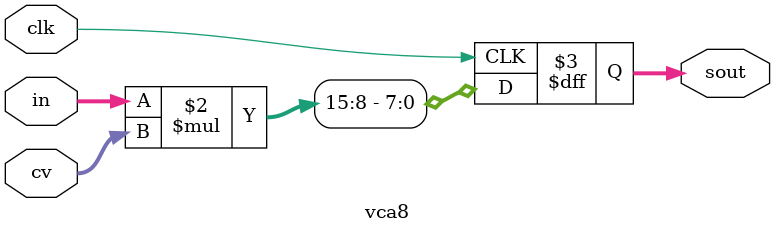
<source format=v>
module vca8(clk, in, cv, sout);

input wire clk;
input wire [7:0] in, cv;
output reg [7:0] sout;
reg [15:0] result;

always @(posedge clk)
begin
  result = in * cv;
  sout = result[15:8];
end

endmodule
</source>
